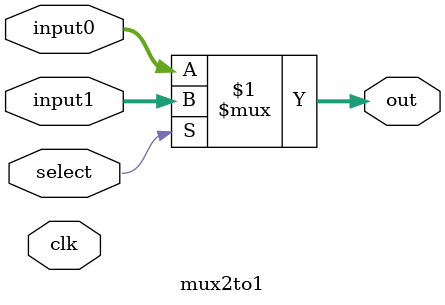
<source format=v>
/*
	Authored 2018-2019, Ryan Voo.

	All rights reserved.
	Redistribution and use in source and binary forms, with or without
	modification, are permitted provided that the following conditions
	are met:

	*	Redistributions of source code must retain the above
		copyright notice, this list of conditions and the following
		disclaimer.

	*	Redistributions in binary form must reproduce the above
		copyright notice, this list of conditions and the following
		disclaimer in the documentation and/or other materials
		provided with the distribution.

	*	Neither the name of the author nor the names of its
		contributors may be used to endorse or promote products
		derived from this software without specific prior written
		permission.

	THIS SOFTWARE IS PROVIDED BY THE COPYRIGHT HOLDERS AND CONTRIBUTORS
	"AS IS" AND ANY EXPRESS OR IMPLIED WARRANTIES, INCLUDING, BUT NOT
	LIMITED TO, THE IMPLIED WARRANTIES OF MERCHANTABILITY AND FITNESS
	FOR A PARTICULAR PURPOSE ARE DISCLAIMED. IN NO EVENT SHALL THE
	COPYRIGHT OWNER OR CONTRIBUTORS BE LIABLE FOR ANY DIRECT, INDIRECT,
	INCIDENTAL, SPECIAL, EXEMPLARY, OR CONSEQUENTIAL DAMAGES (INCLUDING,
	BUT NOT LIMITED TO, PROCUREMENT OF SUBSTITUTE GOODS OR SERVICES;
	LOSS OF USE, DATA, OR PROFITS; OR BUSINESS INTERRUPTION) HOWEVER
	CAUSED AND ON ANY THEORY OF LIABILITY, WHETHER IN CONTRACT, STRICT
	LIABILITY, OR TORT (INCLUDING NEGLIGENCE OR OTHERWISE) ARISING IN
	ANY WAY OUT OF THE USE OF THIS SOFTWARE, EVEN IF ADVISED OF THE
	POSSIBILITY OF SUCH DAMAGE.
*/



/*
 *	2 to 1 multiplexer
 */
module mux2to1(input0, input1, select, out, clk);
	input [31:0]	input0, input1;
	input		select;
	output [31:0]	out;
	input clk;

	assign out = (select) ? input1 : input0;
endmodule
</source>
